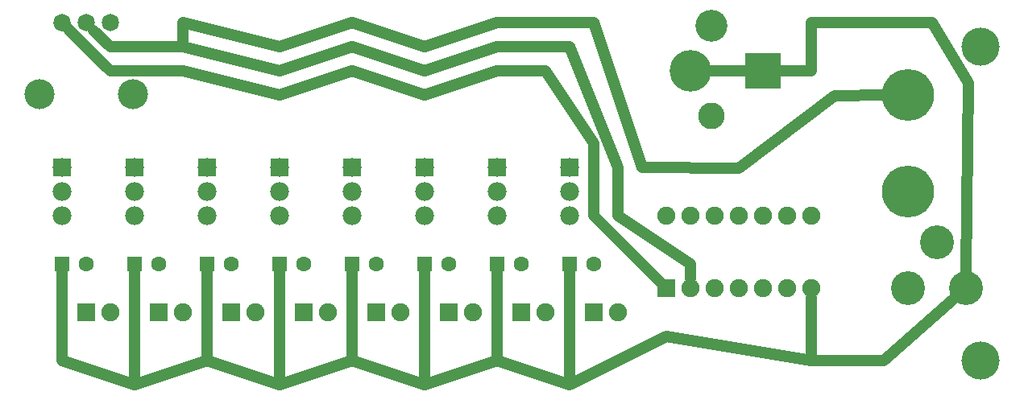
<source format=gbl>
G04 MADE WITH FRITZING*
G04 WWW.FRITZING.ORG*
G04 DOUBLE SIDED*
G04 HOLES PLATED*
G04 CONTOUR ON CENTER OF CONTOUR VECTOR*
%ASAXBY*%
%FSLAX23Y23*%
%MOIN*%
%OFA0B0*%
%SFA1.0B1.0*%
%ADD10C,0.078000*%
%ADD11C,0.075000*%
%ADD12C,0.215000*%
%ADD13C,0.140000*%
%ADD14C,0.071889*%
%ADD15C,0.071917*%
%ADD16C,0.124033*%
%ADD17C,0.062992*%
%ADD18C,0.157480*%
%ADD19C,0.148000*%
%ADD20C,0.132000*%
%ADD21C,0.110000*%
%ADD22C,0.172000*%
%ADD23R,0.078000X0.078000*%
%ADD24R,0.075000X0.075000*%
%ADD25R,0.062992X0.062992*%
%ADD26R,0.150000X0.150000*%
%ADD27C,0.048000*%
%LNCOPPER0*%
G90*
G70*
G54D10*
X233Y953D03*
X233Y853D03*
X233Y753D03*
X533Y953D03*
X533Y853D03*
X533Y753D03*
X833Y953D03*
X833Y853D03*
X833Y753D03*
X1133Y953D03*
X1133Y853D03*
X1133Y753D03*
X1433Y953D03*
X1433Y853D03*
X1433Y753D03*
X1733Y953D03*
X1733Y853D03*
X1733Y753D03*
X2033Y953D03*
X2033Y853D03*
X2033Y753D03*
X2333Y953D03*
X2333Y853D03*
X2333Y753D03*
G54D11*
X2433Y353D03*
X2533Y353D03*
X2133Y353D03*
X2233Y353D03*
X1833Y353D03*
X1933Y353D03*
X1533Y353D03*
X1633Y353D03*
X1233Y353D03*
X1333Y353D03*
X933Y353D03*
X1033Y353D03*
X633Y353D03*
X733Y353D03*
X333Y353D03*
X433Y353D03*
X2733Y453D03*
X2733Y753D03*
X2833Y453D03*
X2833Y753D03*
X2933Y453D03*
X2933Y753D03*
X3033Y453D03*
X3033Y753D03*
X3133Y453D03*
X3133Y753D03*
X3233Y453D03*
X3233Y753D03*
X3333Y453D03*
X3333Y753D03*
G54D12*
X3733Y1253D03*
X3733Y853D03*
G54D13*
X3973Y453D03*
X3733Y453D03*
X3853Y643D03*
X3973Y453D03*
X3733Y453D03*
X3853Y643D03*
G54D14*
X433Y1553D03*
X333Y1553D03*
G54D15*
X233Y1553D03*
G54D16*
X527Y1257D03*
X139Y1257D03*
G54D14*
X433Y1553D03*
X333Y1553D03*
G54D15*
X233Y1553D03*
G54D16*
X527Y1257D03*
X139Y1257D03*
G54D17*
X2334Y553D03*
X2433Y553D03*
X2034Y553D03*
X2133Y553D03*
X1734Y553D03*
X1833Y553D03*
X1434Y553D03*
X1533Y553D03*
X1134Y553D03*
X1233Y553D03*
X834Y553D03*
X933Y553D03*
X534Y553D03*
X633Y553D03*
X234Y553D03*
X333Y553D03*
G54D18*
X4033Y153D03*
X4033Y1453D03*
G54D19*
X3133Y1353D03*
G54D20*
X2918Y1541D03*
G54D21*
X2918Y1165D03*
G54D22*
X2833Y1353D03*
G54D23*
X233Y953D03*
X533Y953D03*
X833Y953D03*
X1133Y953D03*
X1433Y953D03*
X1733Y953D03*
X2033Y953D03*
X2333Y953D03*
G54D24*
X2433Y353D03*
X2133Y353D03*
X1833Y353D03*
X1533Y353D03*
X1233Y353D03*
X933Y353D03*
X633Y353D03*
X333Y353D03*
X2733Y453D03*
G54D25*
X2334Y553D03*
X2034Y553D03*
X1734Y553D03*
X1434Y553D03*
X1134Y553D03*
X834Y553D03*
X534Y553D03*
X234Y553D03*
G54D26*
X3132Y1353D03*
G54D27*
X834Y515D02*
X833Y153D01*
D02*
X1133Y53D02*
X1134Y515D01*
D02*
X1433Y153D02*
X1434Y515D01*
D02*
X1733Y53D02*
X1734Y515D01*
D02*
X2033Y153D02*
X2034Y515D01*
D02*
X2333Y53D02*
X2334Y515D01*
D02*
X3431Y1250D02*
X3636Y1252D01*
D02*
X3032Y951D02*
X3431Y1250D01*
D02*
X1733Y1453D02*
X2033Y1553D01*
D02*
X2033Y1553D02*
X2433Y1553D01*
D02*
X2433Y1553D02*
X2633Y953D01*
D02*
X2633Y953D02*
X3032Y951D01*
D02*
X1433Y1553D02*
X1733Y1453D01*
D02*
X1133Y1453D02*
X1433Y1553D01*
D02*
X733Y1553D02*
X1133Y1453D01*
D02*
X733Y1453D02*
X733Y1553D01*
D02*
X433Y1453D02*
X733Y1453D01*
D02*
X364Y1521D02*
X433Y1453D01*
D02*
X2333Y1453D02*
X2533Y953D01*
D02*
X2033Y1453D02*
X2333Y1453D01*
D02*
X1433Y1453D02*
X1733Y1353D01*
D02*
X1133Y1353D02*
X1433Y1453D01*
D02*
X1733Y1353D02*
X2033Y1453D01*
D02*
X2533Y953D02*
X2533Y753D01*
D02*
X2833Y553D02*
X2833Y492D01*
D02*
X2533Y753D02*
X2833Y553D01*
D02*
X733Y1453D02*
X1133Y1353D01*
D02*
X2433Y753D02*
X2705Y481D01*
D02*
X2433Y1053D02*
X2433Y753D01*
D02*
X2233Y1353D02*
X2433Y1053D01*
D02*
X2033Y1353D02*
X2233Y1353D01*
D02*
X1433Y1353D02*
X1733Y1253D01*
D02*
X1733Y1253D02*
X2033Y1353D01*
D02*
X1133Y1253D02*
X1433Y1353D01*
D02*
X733Y1353D02*
X1133Y1253D01*
D02*
X433Y1353D02*
X733Y1353D01*
D02*
X233Y1553D02*
X433Y1353D01*
D02*
X433Y1353D02*
X233Y1553D01*
D02*
X264Y1521D02*
X433Y1353D01*
D02*
X3333Y153D02*
X2733Y253D01*
D02*
X2733Y253D02*
X2333Y53D01*
D02*
X2333Y53D02*
X2033Y153D01*
D02*
X2033Y153D02*
X1733Y53D01*
D02*
X1733Y53D02*
X1433Y153D01*
D02*
X1433Y153D02*
X1133Y53D01*
D02*
X1133Y53D02*
X833Y153D01*
D02*
X833Y153D02*
X533Y53D01*
D02*
X533Y53D02*
X233Y153D01*
D02*
X233Y153D02*
X234Y515D01*
D02*
X3633Y153D02*
X3919Y405D01*
D02*
X3333Y153D02*
X3633Y153D01*
D02*
X3333Y413D02*
X3333Y153D01*
D02*
X534Y515D02*
X533Y53D01*
D02*
X3333Y1353D02*
X3201Y1353D01*
D02*
X3333Y1553D02*
X3333Y1353D01*
D02*
X3983Y1303D02*
X3833Y1553D01*
D02*
X3833Y1553D02*
X3333Y1553D01*
D02*
X3974Y525D02*
X3983Y1303D01*
D02*
X3065Y1353D02*
X2901Y1353D01*
G04 End of Copper0*
M02*
</source>
